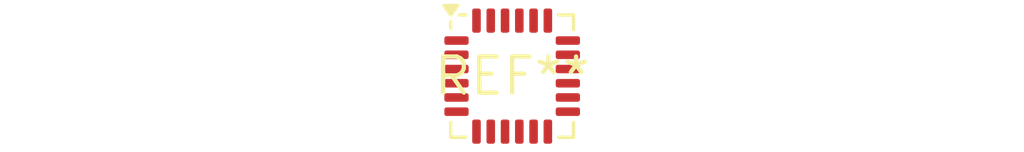
<source format=kicad_pcb>
(kicad_pcb (version 20240108) (generator pcbnew)
  (layers (0 "F.Cu" signal) (31 "B.Cu" signal) (34 "B.Paste" user) (35 "F.Paste" user) (36 "B.SilkS" user "B.Silkscreen") (37 "F.SilkS" user "F.Silkscreen") (38 "B.Mask" user) (39 "F.Mask" user) (44 "Edge.Cuts" user))
  (net 0 "")
  (footprint "InvenSense_QFN-24_4x4mm_P0.5mm" (layer "F.Cu") (at 0 0)
    (property "Reference" "REF**")
    (property "Value" "InvenSense_QFN-24_4x4mm_P0.5mm")
    (fp_line (start -2.15 -1.685) (end -2.15 -1.91) (layer "F.SilkS") (stroke (width 0.12)))
    (fp_line (start -2.15 2.15) (end -2.15 1.625) (layer "F.SilkS") (stroke (width 0.12)))
    (fp_line (start -2.15 2.15) (end -1.625 2.15) (layer "F.SilkS") (stroke (width 0.12)))
    (fp_line (start -1.625 -2.15) (end -1.85 -2.15) (layer "F.SilkS") (stroke (width 0.12)))
    (fp_line (start 2.15 -2.15) (end 1.625 -2.15) (layer "F.SilkS") (stroke (width 0.12)))
    (fp_line (start 2.15 -2.15) (end 2.15 -1.625) (layer "F.SilkS") (stroke (width 0.12)))
    (fp_line (start 2.15 2.15) (end 1.625 2.15) (layer "F.SilkS") (stroke (width 0.12)))
    (fp_line (start 2.15 2.15) (end 2.15 1.625) (layer "F.SilkS") (stroke (width 0.12)))
    (fp_poly (pts (xy -2.15 -2.15) (xy -2.39 -2.48) (xy -1.91 -2.48) (xy -2.15 -2.15)) (layer "F.SilkS") (stroke (width 0.12)) (fill solid))
    (pad "1" smd roundrect (at -1.95 -1.25) (size 0.85 0.3) (layers "F.Cu" "F.Paste" "F.Mask"))
    (pad "2" smd roundrect (at -1.95 -0.75) (size 0.85 0.3) (layers "F.Cu" "F.Paste" "F.Mask"))
    (pad "3" smd roundrect (at -1.95 -0.25) (size 0.85 0.3) (layers "F.Cu" "F.Paste" "F.Mask"))
    (pad "4" smd roundrect (at -1.95 0.25) (size 0.85 0.3) (layers "F.Cu" "F.Paste" "F.Mask"))
    (pad "5" smd roundrect (at -1.95 0.75) (size 0.85 0.3) (layers "F.Cu" "F.Paste" "F.Mask"))
    (pad "6" smd roundrect (at -1.95 1.25) (size 0.85 0.3) (layers "F.Cu" "F.Paste" "F.Mask"))
    (pad "7" smd roundrect (at -1.25 1.95 90) (size 0.85 0.3) (layers "F.Cu" "F.Paste" "F.Mask"))
    (pad "8" smd roundrect (at -0.75 1.95 90) (size 0.85 0.3) (layers "F.Cu" "F.Paste" "F.Mask"))
    (pad "9" smd roundrect (at -0.25 1.95 90) (size 0.85 0.3) (layers "F.Cu" "F.Paste" "F.Mask"))
    (pad "10" smd roundrect (at 0.25 1.95 90) (size 0.85 0.3) (layers "F.Cu" "F.Paste" "F.Mask"))
    (pad "11" smd roundrect (at 0.75 1.95 90) (size 0.85 0.3) (layers "F.Cu" "F.Paste" "F.Mask"))
    (pad "12" smd roundrect (at 1.25 1.95 90) (size 0.85 0.3) (layers "F.Cu" "F.Paste" "F.Mask"))
    (pad "13" smd roundrect (at 1.95 1.25) (size 0.85 0.3) (layers "F.Cu" "F.Paste" "F.Mask"))
    (pad "14" smd roundrect (at 1.95 0.75) (size 0.85 0.3) (layers "F.Cu" "F.Paste" "F.Mask"))
    (pad "15" smd roundrect (at 1.95 0.25) (size 0.85 0.3) (layers "F.Cu" "F.Paste" "F.Mask"))
    (pad "16" smd roundrect (at 1.95 -0.25) (size 0.85 0.3) (layers "F.Cu" "F.Paste" "F.Mask"))
    (pad "17" smd roundrect (at 1.95 -0.75) (size 0.85 0.3) (layers "F.Cu" "F.Paste" "F.Mask"))
    (pad "18" smd roundrect (at 1.95 -1.25) (size 0.85 0.3) (layers "F.Cu" "F.Paste" "F.Mask"))
    (pad "19" smd roundrect (at 1.25 -1.95 90) (size 0.85 0.3) (layers "F.Cu" "F.Paste" "F.Mask"))
    (pad "20" smd roundrect (at 0.75 -1.95 90) (size 0.85 0.3) (layers "F.Cu" "F.Paste" "F.Mask"))
    (pad "21" smd roundrect (at 0.25 -1.95 90) (size 0.85 0.3) (layers "F.Cu" "F.Paste" "F.Mask"))
    (pad "22" smd roundrect (at -0.25 -1.95 90) (size 0.85 0.3) (layers "F.Cu" "F.Paste" "F.Mask"))
    (pad "23" smd roundrect (at -0.75 -1.95 90) (size 0.85 0.3) (layers "F.Cu" "F.Paste" "F.Mask"))
    (pad "24" smd roundrect (at -1.25 -1.95 90) (size 0.85 0.3) (layers "F.Cu" "F.Paste" "F.Mask"))
  )
)
</source>
